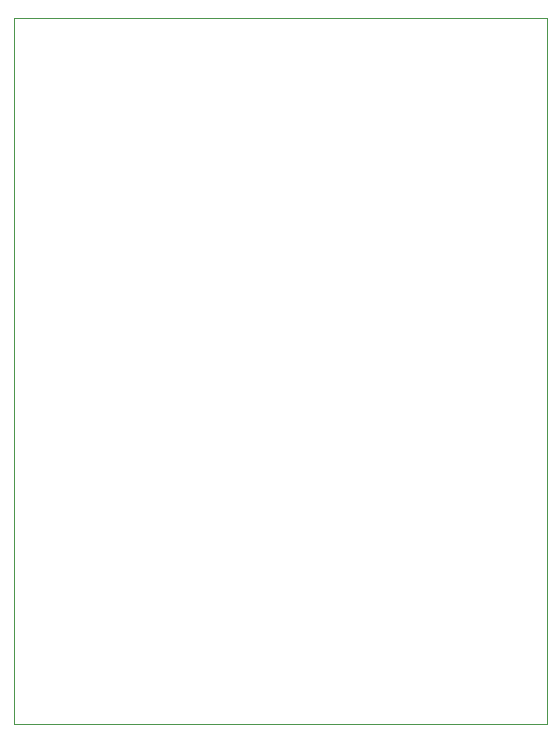
<source format=gbr>
%TF.GenerationSoftware,KiCad,Pcbnew,8.0.1*%
%TF.CreationDate,2024-07-17T22:44:32+10:00*%
%TF.ProjectId,vga,7667612e-6b69-4636-9164-5f7063625858,rev?*%
%TF.SameCoordinates,Original*%
%TF.FileFunction,Profile,NP*%
%FSLAX46Y46*%
G04 Gerber Fmt 4.6, Leading zero omitted, Abs format (unit mm)*
G04 Created by KiCad (PCBNEW 8.0.1) date 2024-07-17 22:44:32*
%MOMM*%
%LPD*%
G01*
G04 APERTURE LIST*
%TA.AperFunction,Profile*%
%ADD10C,0.050000*%
%TD*%
G04 APERTURE END LIST*
D10*
X73970000Y-44825000D02*
X119120000Y-44825000D01*
X119120000Y-104625000D01*
X73970000Y-104625000D01*
X73970000Y-44825000D01*
M02*

</source>
